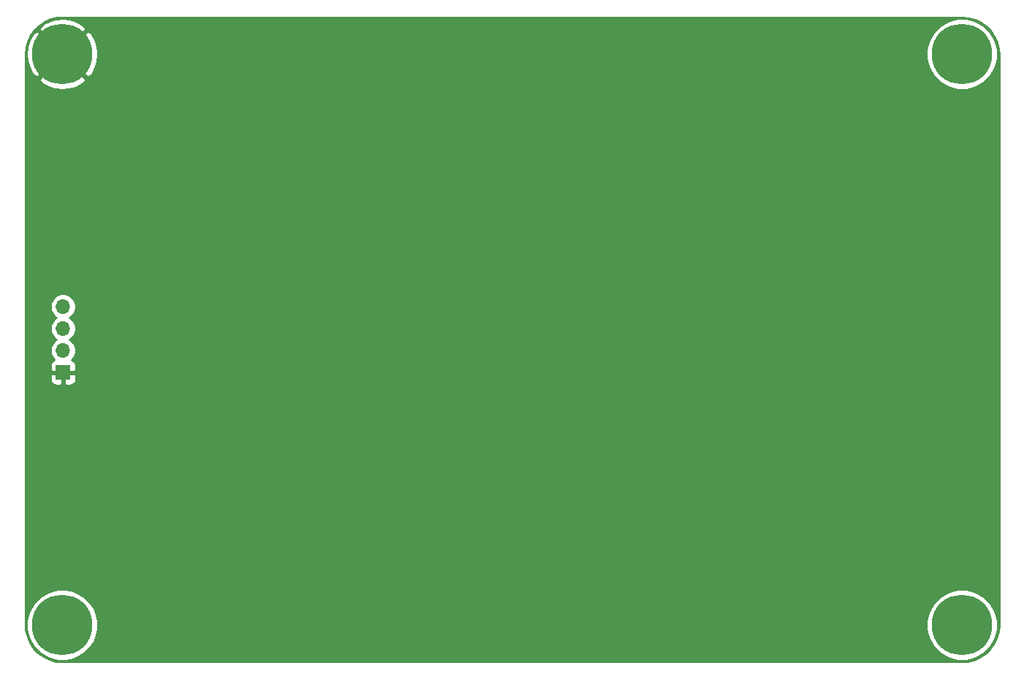
<source format=gbr>
G04 #@! TF.GenerationSoftware,KiCad,Pcbnew,(5.1.5)-3*
G04 #@! TF.CreationDate,2020-04-26T19:13:21-05:00*
G04 #@! TF.ProjectId,LED_Board_s_,4c45445f-426f-4617-9264-5f735f2e6b69,rev?*
G04 #@! TF.SameCoordinates,Original*
G04 #@! TF.FileFunction,Copper,L2,Bot*
G04 #@! TF.FilePolarity,Positive*
%FSLAX46Y46*%
G04 Gerber Fmt 4.6, Leading zero omitted, Abs format (unit mm)*
G04 Created by KiCad (PCBNEW (5.1.5)-3) date 2020-04-26 19:13:21*
%MOMM*%
%LPD*%
G04 APERTURE LIST*
%ADD10O,1.700000X1.700000*%
%ADD11R,1.700000X1.700000*%
%ADD12C,7.000000*%
%ADD13C,0.800000*%
%ADD14C,0.254000*%
G04 APERTURE END LIST*
D10*
X60960000Y-77470000D03*
X60960000Y-80010000D03*
X60960000Y-82550000D03*
D11*
X60960000Y-85090000D03*
D12*
X165180000Y-114380000D03*
X165179999Y-48180001D03*
X60880000Y-48180000D03*
D13*
X63505000Y-48180000D03*
X62736155Y-50036155D03*
X60880000Y-50805000D03*
X59023845Y-50036155D03*
X58255000Y-48180000D03*
X59023845Y-46323845D03*
X60880000Y-45555000D03*
X62736155Y-46323845D03*
D12*
X60880001Y-114379999D03*
D13*
X69380000Y-45095000D03*
X75200000Y-45095000D03*
X81020000Y-45095000D03*
X86840000Y-45095000D03*
X92660000Y-45095000D03*
X98480000Y-45095000D03*
X104300000Y-45095000D03*
X110120000Y-45095000D03*
X115940000Y-45095000D03*
X121760000Y-45095000D03*
X127580000Y-45095000D03*
X133400000Y-45095000D03*
X139220000Y-45095000D03*
X145040000Y-45095000D03*
X150860000Y-45095000D03*
X156680000Y-45095000D03*
X67310000Y-48843000D03*
X84770000Y-48843000D03*
X102230000Y-48843000D03*
X119690000Y-48843000D03*
X137150000Y-48843000D03*
X154610000Y-48843000D03*
X67310000Y-67893000D03*
X84770000Y-67893000D03*
X102230000Y-67893000D03*
X119690000Y-67893000D03*
X137150000Y-67893000D03*
X154610000Y-67893000D03*
X67310000Y-86943000D03*
X84770000Y-86943000D03*
X102230000Y-86943000D03*
X119690000Y-86943000D03*
X137150000Y-86943000D03*
X154610000Y-86943000D03*
X67310000Y-105993000D03*
X84770000Y-105993000D03*
X102230000Y-105993000D03*
X119690000Y-105993000D03*
X137150000Y-105993000D03*
X154610000Y-105993000D03*
X110120000Y-117485000D03*
X145040000Y-117485000D03*
X150860000Y-117485000D03*
X156680000Y-117485000D03*
X75200000Y-117485000D03*
X92660000Y-117485000D03*
X86840000Y-117485000D03*
X98480000Y-117485000D03*
X133400000Y-117485000D03*
X104300000Y-117485000D03*
X81020000Y-117485000D03*
X115940000Y-117485000D03*
X121760000Y-117485000D03*
X127580000Y-117485000D03*
X139220000Y-117485000D03*
X69380000Y-117485000D03*
X72390000Y-56568000D03*
X89850000Y-56568000D03*
X107310000Y-56568000D03*
X124770000Y-56568000D03*
X142230000Y-56568000D03*
X72390000Y-75618000D03*
X89850000Y-75618000D03*
X107310000Y-75618000D03*
X124770000Y-75618000D03*
X142230000Y-75618000D03*
X72390000Y-94668000D03*
X89850000Y-94668000D03*
X107310000Y-94668000D03*
X124770000Y-94668000D03*
X142230000Y-94668000D03*
X72390000Y-113718000D03*
X89850000Y-113718000D03*
X107310000Y-113718000D03*
X124770000Y-113718000D03*
X142230000Y-113718000D03*
X157530000Y-112510000D03*
X157530000Y-93460000D03*
X157530000Y-74410000D03*
X157530000Y-55360000D03*
X110120000Y-64145000D03*
X110120000Y-83195000D03*
X110120000Y-102245000D03*
X145040000Y-64145000D03*
X145040000Y-83195000D03*
X145040000Y-102245000D03*
X150860000Y-64145000D03*
X150860000Y-83195000D03*
X150860000Y-102245000D03*
X156680000Y-64145000D03*
X156680000Y-83195000D03*
X156680000Y-102245000D03*
X75200000Y-64145000D03*
X75200000Y-83195000D03*
X75200000Y-102245000D03*
X92660000Y-64145000D03*
X92660000Y-83195000D03*
X92660000Y-102245000D03*
X86840000Y-64145000D03*
X86840000Y-83195000D03*
X86840000Y-102245000D03*
X98480000Y-64145000D03*
X98480000Y-83195000D03*
X98480000Y-102245000D03*
X133400000Y-64145000D03*
X133400000Y-83195000D03*
X133400000Y-102245000D03*
X104300000Y-64145000D03*
X104300000Y-83195000D03*
X104300000Y-102245000D03*
X81020000Y-64145000D03*
X81020000Y-83195000D03*
X81020000Y-102245000D03*
X115940000Y-64145000D03*
X115940000Y-83195000D03*
X115940000Y-102245000D03*
X121760000Y-64145000D03*
X121760000Y-83195000D03*
X121760000Y-102245000D03*
X127580000Y-64145000D03*
X127580000Y-83195000D03*
X127580000Y-102245000D03*
X139220000Y-64145000D03*
X139220000Y-83195000D03*
X139220000Y-102245000D03*
X69380000Y-64145000D03*
X69380000Y-83195000D03*
X69380000Y-102245000D03*
X127580000Y-98435000D03*
X127580000Y-79385000D03*
X127580000Y-60335000D03*
X139220000Y-98435000D03*
X139220000Y-79385000D03*
X139220000Y-60335000D03*
X69380000Y-98435000D03*
X69380000Y-79385000D03*
X69380000Y-60335000D03*
X104300000Y-98435000D03*
X104300000Y-79385000D03*
X104300000Y-60335000D03*
X81020000Y-98435000D03*
X81020000Y-79385000D03*
X81020000Y-60335000D03*
X121760000Y-98435000D03*
X121760000Y-79385000D03*
X121760000Y-60335000D03*
X133400000Y-98435000D03*
X133400000Y-79385000D03*
X133400000Y-60335000D03*
X115940000Y-98435000D03*
X115940000Y-79385000D03*
X115940000Y-60335000D03*
X145040000Y-98435000D03*
X145040000Y-79385000D03*
X145040000Y-60335000D03*
X150860000Y-98435000D03*
X150860000Y-79385000D03*
X150860000Y-60335000D03*
X156680000Y-98435000D03*
X156680000Y-79385000D03*
X156680000Y-60335000D03*
X75200000Y-98435000D03*
X75200000Y-79385000D03*
X75200000Y-60335000D03*
X92660000Y-98435000D03*
X92660000Y-79385000D03*
X92660000Y-60335000D03*
X86840000Y-98435000D03*
X86840000Y-79385000D03*
X86840000Y-60335000D03*
X98480000Y-98435000D03*
X98480000Y-79385000D03*
X98480000Y-60335000D03*
X110120000Y-98435000D03*
X110120000Y-79385000D03*
X110120000Y-60335000D03*
X162500000Y-60335000D03*
X168320000Y-60335000D03*
X162500000Y-79385000D03*
X168320000Y-79385000D03*
X162500000Y-98435000D03*
X168320000Y-98435000D03*
X162500000Y-102245000D03*
X168320000Y-102245000D03*
X162500000Y-64145000D03*
X168320000Y-64145000D03*
X162500000Y-83195000D03*
X168320000Y-83195000D03*
X162500000Y-87005000D03*
X162500000Y-90815000D03*
X162500000Y-94625000D03*
X168320000Y-87005000D03*
X168320000Y-90815000D03*
X168320000Y-94625000D03*
X162500000Y-67955000D03*
X162500000Y-71765000D03*
X162500000Y-75575000D03*
X168320000Y-67955000D03*
X168320000Y-71765000D03*
X168320000Y-75575000D03*
D14*
G36*
X165147268Y-43915001D02*
G01*
X165934746Y-43985282D01*
X166665642Y-44185232D01*
X167349574Y-44511451D01*
X167964927Y-44953627D01*
X168492258Y-45497790D01*
X168914885Y-46126727D01*
X169219462Y-46820571D01*
X169397714Y-47563040D01*
X169445001Y-48206977D01*
X169445000Y-81316104D01*
X169445001Y-81316114D01*
X169444999Y-114347269D01*
X169374718Y-115134748D01*
X169174768Y-115865643D01*
X168848549Y-116549575D01*
X168406371Y-117164930D01*
X167862212Y-117692256D01*
X167233270Y-118114889D01*
X166539431Y-118419462D01*
X165796961Y-118597714D01*
X165153037Y-118645000D01*
X112993895Y-118645000D01*
X112993885Y-118645001D01*
X60912733Y-118644999D01*
X60125254Y-118574718D01*
X59394356Y-118374767D01*
X58710428Y-118048551D01*
X58095074Y-117606374D01*
X57567743Y-117062211D01*
X57145114Y-116433272D01*
X56840537Y-115739428D01*
X56662286Y-114996961D01*
X56615001Y-114353051D01*
X56615001Y-113972737D01*
X56745001Y-113972737D01*
X56745001Y-114787261D01*
X56903907Y-115586134D01*
X57215612Y-116338656D01*
X57668137Y-117015908D01*
X58244092Y-117591863D01*
X58921344Y-118044388D01*
X59673866Y-118356093D01*
X60472739Y-118514999D01*
X61287263Y-118514999D01*
X62086136Y-118356093D01*
X62838658Y-118044388D01*
X63515910Y-117591863D01*
X64091865Y-117015908D01*
X64544390Y-116338656D01*
X64856095Y-115586134D01*
X65015001Y-114787261D01*
X65015001Y-113972738D01*
X161045000Y-113972738D01*
X161045000Y-114787262D01*
X161203906Y-115586135D01*
X161515611Y-116338657D01*
X161968136Y-117015909D01*
X162544091Y-117591864D01*
X163221343Y-118044389D01*
X163973865Y-118356094D01*
X164772738Y-118515000D01*
X165587262Y-118515000D01*
X166386135Y-118356094D01*
X167138657Y-118044389D01*
X167815909Y-117591864D01*
X168391864Y-117015909D01*
X168844389Y-116338657D01*
X169156094Y-115586135D01*
X169315000Y-114787262D01*
X169315000Y-113972738D01*
X169156094Y-113173865D01*
X168844389Y-112421343D01*
X168391864Y-111744091D01*
X167815909Y-111168136D01*
X167138657Y-110715611D01*
X166386135Y-110403906D01*
X165587262Y-110245000D01*
X164772738Y-110245000D01*
X163973865Y-110403906D01*
X163221343Y-110715611D01*
X162544091Y-111168136D01*
X161968136Y-111744091D01*
X161515611Y-112421343D01*
X161203906Y-113173865D01*
X161045000Y-113972738D01*
X65015001Y-113972738D01*
X65015001Y-113972737D01*
X64856095Y-113173864D01*
X64544390Y-112421342D01*
X64091865Y-111744090D01*
X63515910Y-111168135D01*
X62838658Y-110715610D01*
X62086136Y-110403905D01*
X61287263Y-110244999D01*
X60472739Y-110244999D01*
X59673866Y-110403905D01*
X58921344Y-110715610D01*
X58244092Y-111168135D01*
X57668137Y-111744090D01*
X57215612Y-112421342D01*
X56903907Y-113173864D01*
X56745001Y-113972737D01*
X56615001Y-113972737D01*
X56615000Y-85940000D01*
X59471928Y-85940000D01*
X59484188Y-86064482D01*
X59520498Y-86184180D01*
X59579463Y-86294494D01*
X59658815Y-86391185D01*
X59755506Y-86470537D01*
X59865820Y-86529502D01*
X59985518Y-86565812D01*
X60110000Y-86578072D01*
X60674250Y-86575000D01*
X60833000Y-86416250D01*
X60833000Y-85217000D01*
X61087000Y-85217000D01*
X61087000Y-86416250D01*
X61245750Y-86575000D01*
X61810000Y-86578072D01*
X61934482Y-86565812D01*
X62054180Y-86529502D01*
X62164494Y-86470537D01*
X62261185Y-86391185D01*
X62340537Y-86294494D01*
X62399502Y-86184180D01*
X62435812Y-86064482D01*
X62448072Y-85940000D01*
X62445000Y-85375750D01*
X62286250Y-85217000D01*
X61087000Y-85217000D01*
X60833000Y-85217000D01*
X59633750Y-85217000D01*
X59475000Y-85375750D01*
X59471928Y-85940000D01*
X56615000Y-85940000D01*
X56615000Y-84240000D01*
X59471928Y-84240000D01*
X59475000Y-84804250D01*
X59633750Y-84963000D01*
X60833000Y-84963000D01*
X60833000Y-84943000D01*
X61087000Y-84943000D01*
X61087000Y-84963000D01*
X62286250Y-84963000D01*
X62445000Y-84804250D01*
X62448072Y-84240000D01*
X62435812Y-84115518D01*
X62399502Y-83995820D01*
X62340537Y-83885506D01*
X62261185Y-83788815D01*
X62164494Y-83709463D01*
X62054180Y-83650498D01*
X61981620Y-83628487D01*
X62113475Y-83496632D01*
X62275990Y-83253411D01*
X62387932Y-82983158D01*
X62445000Y-82696260D01*
X62445000Y-82403740D01*
X62387932Y-82116842D01*
X62275990Y-81846589D01*
X62113475Y-81603368D01*
X61906632Y-81396525D01*
X61732240Y-81280000D01*
X61906632Y-81163475D01*
X62113475Y-80956632D01*
X62275990Y-80713411D01*
X62387932Y-80443158D01*
X62445000Y-80156260D01*
X62445000Y-79863740D01*
X62387932Y-79576842D01*
X62275990Y-79306589D01*
X62113475Y-79063368D01*
X61906632Y-78856525D01*
X61732240Y-78740000D01*
X61906632Y-78623475D01*
X62113475Y-78416632D01*
X62275990Y-78173411D01*
X62387932Y-77903158D01*
X62445000Y-77616260D01*
X62445000Y-77323740D01*
X62387932Y-77036842D01*
X62275990Y-76766589D01*
X62113475Y-76523368D01*
X61906632Y-76316525D01*
X61663411Y-76154010D01*
X61393158Y-76042068D01*
X61106260Y-75985000D01*
X60813740Y-75985000D01*
X60526842Y-76042068D01*
X60256589Y-76154010D01*
X60013368Y-76316525D01*
X59806525Y-76523368D01*
X59644010Y-76766589D01*
X59532068Y-77036842D01*
X59475000Y-77323740D01*
X59475000Y-77616260D01*
X59532068Y-77903158D01*
X59644010Y-78173411D01*
X59806525Y-78416632D01*
X60013368Y-78623475D01*
X60187760Y-78740000D01*
X60013368Y-78856525D01*
X59806525Y-79063368D01*
X59644010Y-79306589D01*
X59532068Y-79576842D01*
X59475000Y-79863740D01*
X59475000Y-80156260D01*
X59532068Y-80443158D01*
X59644010Y-80713411D01*
X59806525Y-80956632D01*
X60013368Y-81163475D01*
X60187760Y-81280000D01*
X60013368Y-81396525D01*
X59806525Y-81603368D01*
X59644010Y-81846589D01*
X59532068Y-82116842D01*
X59475000Y-82403740D01*
X59475000Y-82696260D01*
X59532068Y-82983158D01*
X59644010Y-83253411D01*
X59806525Y-83496632D01*
X59938380Y-83628487D01*
X59865820Y-83650498D01*
X59755506Y-83709463D01*
X59658815Y-83788815D01*
X59579463Y-83885506D01*
X59520498Y-83995820D01*
X59484188Y-84115518D01*
X59471928Y-84240000D01*
X56615000Y-84240000D01*
X56614999Y-81316115D01*
X56615000Y-81316105D01*
X56615000Y-51094155D01*
X58145450Y-51094155D01*
X58541634Y-51614550D01*
X59256612Y-52004748D01*
X60033976Y-52247964D01*
X60843853Y-52334851D01*
X61655118Y-52262069D01*
X62436597Y-52032415D01*
X63158256Y-51654715D01*
X63218366Y-51614550D01*
X63614550Y-51094155D01*
X60880000Y-48359605D01*
X58145450Y-51094155D01*
X56615000Y-51094155D01*
X56615000Y-48212731D01*
X56621147Y-48143853D01*
X56725149Y-48143853D01*
X56797931Y-48955118D01*
X57027585Y-49736597D01*
X57405285Y-50458256D01*
X57445450Y-50518366D01*
X57965845Y-50914550D01*
X60700395Y-48180000D01*
X61059605Y-48180000D01*
X63794155Y-50914550D01*
X64314550Y-50518366D01*
X64704748Y-49803388D01*
X64947964Y-49026024D01*
X65034851Y-48216147D01*
X64995072Y-47772739D01*
X161044999Y-47772739D01*
X161044999Y-48587263D01*
X161203905Y-49386136D01*
X161515610Y-50138658D01*
X161968135Y-50815910D01*
X162544090Y-51391865D01*
X163221342Y-51844390D01*
X163973864Y-52156095D01*
X164772737Y-52315001D01*
X165587261Y-52315001D01*
X166386134Y-52156095D01*
X167138656Y-51844390D01*
X167815908Y-51391865D01*
X168391863Y-50815910D01*
X168844388Y-50138658D01*
X169156093Y-49386136D01*
X169314999Y-48587263D01*
X169314999Y-47772739D01*
X169156093Y-46973866D01*
X168844388Y-46221344D01*
X168391863Y-45544092D01*
X167815908Y-44968137D01*
X167138656Y-44515612D01*
X166386134Y-44203907D01*
X165587261Y-44045001D01*
X164772737Y-44045001D01*
X163973864Y-44203907D01*
X163221342Y-44515612D01*
X162544090Y-44968137D01*
X161968135Y-45544092D01*
X161515610Y-46221344D01*
X161203905Y-46973866D01*
X161044999Y-47772739D01*
X64995072Y-47772739D01*
X64962069Y-47404882D01*
X64732415Y-46623403D01*
X64354715Y-45901744D01*
X64314550Y-45841634D01*
X63794155Y-45445450D01*
X61059605Y-48180000D01*
X60700395Y-48180000D01*
X57965845Y-45445450D01*
X57445450Y-45841634D01*
X57055252Y-46556612D01*
X56812036Y-47333976D01*
X56725149Y-48143853D01*
X56621147Y-48143853D01*
X56685281Y-47425253D01*
X56885231Y-46694357D01*
X57211450Y-46010425D01*
X57653626Y-45395072D01*
X57786977Y-45265845D01*
X58145450Y-45265845D01*
X60880000Y-48000395D01*
X63614550Y-45265845D01*
X63218366Y-44745450D01*
X62503388Y-44355252D01*
X61726024Y-44112036D01*
X60916147Y-44025149D01*
X60104882Y-44097931D01*
X59323403Y-44327585D01*
X58601744Y-44705285D01*
X58541634Y-44745450D01*
X58145450Y-45265845D01*
X57786977Y-45265845D01*
X58197789Y-44867741D01*
X58826726Y-44445114D01*
X59520570Y-44140537D01*
X60263039Y-43962285D01*
X60906963Y-43914999D01*
X165147268Y-43915001D01*
G37*
X165147268Y-43915001D02*
X165934746Y-43985282D01*
X166665642Y-44185232D01*
X167349574Y-44511451D01*
X167964927Y-44953627D01*
X168492258Y-45497790D01*
X168914885Y-46126727D01*
X169219462Y-46820571D01*
X169397714Y-47563040D01*
X169445001Y-48206977D01*
X169445000Y-81316104D01*
X169445001Y-81316114D01*
X169444999Y-114347269D01*
X169374718Y-115134748D01*
X169174768Y-115865643D01*
X168848549Y-116549575D01*
X168406371Y-117164930D01*
X167862212Y-117692256D01*
X167233270Y-118114889D01*
X166539431Y-118419462D01*
X165796961Y-118597714D01*
X165153037Y-118645000D01*
X112993895Y-118645000D01*
X112993885Y-118645001D01*
X60912733Y-118644999D01*
X60125254Y-118574718D01*
X59394356Y-118374767D01*
X58710428Y-118048551D01*
X58095074Y-117606374D01*
X57567743Y-117062211D01*
X57145114Y-116433272D01*
X56840537Y-115739428D01*
X56662286Y-114996961D01*
X56615001Y-114353051D01*
X56615001Y-113972737D01*
X56745001Y-113972737D01*
X56745001Y-114787261D01*
X56903907Y-115586134D01*
X57215612Y-116338656D01*
X57668137Y-117015908D01*
X58244092Y-117591863D01*
X58921344Y-118044388D01*
X59673866Y-118356093D01*
X60472739Y-118514999D01*
X61287263Y-118514999D01*
X62086136Y-118356093D01*
X62838658Y-118044388D01*
X63515910Y-117591863D01*
X64091865Y-117015908D01*
X64544390Y-116338656D01*
X64856095Y-115586134D01*
X65015001Y-114787261D01*
X65015001Y-113972738D01*
X161045000Y-113972738D01*
X161045000Y-114787262D01*
X161203906Y-115586135D01*
X161515611Y-116338657D01*
X161968136Y-117015909D01*
X162544091Y-117591864D01*
X163221343Y-118044389D01*
X163973865Y-118356094D01*
X164772738Y-118515000D01*
X165587262Y-118515000D01*
X166386135Y-118356094D01*
X167138657Y-118044389D01*
X167815909Y-117591864D01*
X168391864Y-117015909D01*
X168844389Y-116338657D01*
X169156094Y-115586135D01*
X169315000Y-114787262D01*
X169315000Y-113972738D01*
X169156094Y-113173865D01*
X168844389Y-112421343D01*
X168391864Y-111744091D01*
X167815909Y-111168136D01*
X167138657Y-110715611D01*
X166386135Y-110403906D01*
X165587262Y-110245000D01*
X164772738Y-110245000D01*
X163973865Y-110403906D01*
X163221343Y-110715611D01*
X162544091Y-111168136D01*
X161968136Y-111744091D01*
X161515611Y-112421343D01*
X161203906Y-113173865D01*
X161045000Y-113972738D01*
X65015001Y-113972738D01*
X65015001Y-113972737D01*
X64856095Y-113173864D01*
X64544390Y-112421342D01*
X64091865Y-111744090D01*
X63515910Y-111168135D01*
X62838658Y-110715610D01*
X62086136Y-110403905D01*
X61287263Y-110244999D01*
X60472739Y-110244999D01*
X59673866Y-110403905D01*
X58921344Y-110715610D01*
X58244092Y-111168135D01*
X57668137Y-111744090D01*
X57215612Y-112421342D01*
X56903907Y-113173864D01*
X56745001Y-113972737D01*
X56615001Y-113972737D01*
X56615000Y-85940000D01*
X59471928Y-85940000D01*
X59484188Y-86064482D01*
X59520498Y-86184180D01*
X59579463Y-86294494D01*
X59658815Y-86391185D01*
X59755506Y-86470537D01*
X59865820Y-86529502D01*
X59985518Y-86565812D01*
X60110000Y-86578072D01*
X60674250Y-86575000D01*
X60833000Y-86416250D01*
X60833000Y-85217000D01*
X61087000Y-85217000D01*
X61087000Y-86416250D01*
X61245750Y-86575000D01*
X61810000Y-86578072D01*
X61934482Y-86565812D01*
X62054180Y-86529502D01*
X62164494Y-86470537D01*
X62261185Y-86391185D01*
X62340537Y-86294494D01*
X62399502Y-86184180D01*
X62435812Y-86064482D01*
X62448072Y-85940000D01*
X62445000Y-85375750D01*
X62286250Y-85217000D01*
X61087000Y-85217000D01*
X60833000Y-85217000D01*
X59633750Y-85217000D01*
X59475000Y-85375750D01*
X59471928Y-85940000D01*
X56615000Y-85940000D01*
X56615000Y-84240000D01*
X59471928Y-84240000D01*
X59475000Y-84804250D01*
X59633750Y-84963000D01*
X60833000Y-84963000D01*
X60833000Y-84943000D01*
X61087000Y-84943000D01*
X61087000Y-84963000D01*
X62286250Y-84963000D01*
X62445000Y-84804250D01*
X62448072Y-84240000D01*
X62435812Y-84115518D01*
X62399502Y-83995820D01*
X62340537Y-83885506D01*
X62261185Y-83788815D01*
X62164494Y-83709463D01*
X62054180Y-83650498D01*
X61981620Y-83628487D01*
X62113475Y-83496632D01*
X62275990Y-83253411D01*
X62387932Y-82983158D01*
X62445000Y-82696260D01*
X62445000Y-82403740D01*
X62387932Y-82116842D01*
X62275990Y-81846589D01*
X62113475Y-81603368D01*
X61906632Y-81396525D01*
X61732240Y-81280000D01*
X61906632Y-81163475D01*
X62113475Y-80956632D01*
X62275990Y-80713411D01*
X62387932Y-80443158D01*
X62445000Y-80156260D01*
X62445000Y-79863740D01*
X62387932Y-79576842D01*
X62275990Y-79306589D01*
X62113475Y-79063368D01*
X61906632Y-78856525D01*
X61732240Y-78740000D01*
X61906632Y-78623475D01*
X62113475Y-78416632D01*
X62275990Y-78173411D01*
X62387932Y-77903158D01*
X62445000Y-77616260D01*
X62445000Y-77323740D01*
X62387932Y-77036842D01*
X62275990Y-76766589D01*
X62113475Y-76523368D01*
X61906632Y-76316525D01*
X61663411Y-76154010D01*
X61393158Y-76042068D01*
X61106260Y-75985000D01*
X60813740Y-75985000D01*
X60526842Y-76042068D01*
X60256589Y-76154010D01*
X60013368Y-76316525D01*
X59806525Y-76523368D01*
X59644010Y-76766589D01*
X59532068Y-77036842D01*
X59475000Y-77323740D01*
X59475000Y-77616260D01*
X59532068Y-77903158D01*
X59644010Y-78173411D01*
X59806525Y-78416632D01*
X60013368Y-78623475D01*
X60187760Y-78740000D01*
X60013368Y-78856525D01*
X59806525Y-79063368D01*
X59644010Y-79306589D01*
X59532068Y-79576842D01*
X59475000Y-79863740D01*
X59475000Y-80156260D01*
X59532068Y-80443158D01*
X59644010Y-80713411D01*
X59806525Y-80956632D01*
X60013368Y-81163475D01*
X60187760Y-81280000D01*
X60013368Y-81396525D01*
X59806525Y-81603368D01*
X59644010Y-81846589D01*
X59532068Y-82116842D01*
X59475000Y-82403740D01*
X59475000Y-82696260D01*
X59532068Y-82983158D01*
X59644010Y-83253411D01*
X59806525Y-83496632D01*
X59938380Y-83628487D01*
X59865820Y-83650498D01*
X59755506Y-83709463D01*
X59658815Y-83788815D01*
X59579463Y-83885506D01*
X59520498Y-83995820D01*
X59484188Y-84115518D01*
X59471928Y-84240000D01*
X56615000Y-84240000D01*
X56614999Y-81316115D01*
X56615000Y-81316105D01*
X56615000Y-51094155D01*
X58145450Y-51094155D01*
X58541634Y-51614550D01*
X59256612Y-52004748D01*
X60033976Y-52247964D01*
X60843853Y-52334851D01*
X61655118Y-52262069D01*
X62436597Y-52032415D01*
X63158256Y-51654715D01*
X63218366Y-51614550D01*
X63614550Y-51094155D01*
X60880000Y-48359605D01*
X58145450Y-51094155D01*
X56615000Y-51094155D01*
X56615000Y-48212731D01*
X56621147Y-48143853D01*
X56725149Y-48143853D01*
X56797931Y-48955118D01*
X57027585Y-49736597D01*
X57405285Y-50458256D01*
X57445450Y-50518366D01*
X57965845Y-50914550D01*
X60700395Y-48180000D01*
X61059605Y-48180000D01*
X63794155Y-50914550D01*
X64314550Y-50518366D01*
X64704748Y-49803388D01*
X64947964Y-49026024D01*
X65034851Y-48216147D01*
X64995072Y-47772739D01*
X161044999Y-47772739D01*
X161044999Y-48587263D01*
X161203905Y-49386136D01*
X161515610Y-50138658D01*
X161968135Y-50815910D01*
X162544090Y-51391865D01*
X163221342Y-51844390D01*
X163973864Y-52156095D01*
X164772737Y-52315001D01*
X165587261Y-52315001D01*
X166386134Y-52156095D01*
X167138656Y-51844390D01*
X167815908Y-51391865D01*
X168391863Y-50815910D01*
X168844388Y-50138658D01*
X169156093Y-49386136D01*
X169314999Y-48587263D01*
X169314999Y-47772739D01*
X169156093Y-46973866D01*
X168844388Y-46221344D01*
X168391863Y-45544092D01*
X167815908Y-44968137D01*
X167138656Y-44515612D01*
X166386134Y-44203907D01*
X165587261Y-44045001D01*
X164772737Y-44045001D01*
X163973864Y-44203907D01*
X163221342Y-44515612D01*
X162544090Y-44968137D01*
X161968135Y-45544092D01*
X161515610Y-46221344D01*
X161203905Y-46973866D01*
X161044999Y-47772739D01*
X64995072Y-47772739D01*
X64962069Y-47404882D01*
X64732415Y-46623403D01*
X64354715Y-45901744D01*
X64314550Y-45841634D01*
X63794155Y-45445450D01*
X61059605Y-48180000D01*
X60700395Y-48180000D01*
X57965845Y-45445450D01*
X57445450Y-45841634D01*
X57055252Y-46556612D01*
X56812036Y-47333976D01*
X56725149Y-48143853D01*
X56621147Y-48143853D01*
X56685281Y-47425253D01*
X56885231Y-46694357D01*
X57211450Y-46010425D01*
X57653626Y-45395072D01*
X57786977Y-45265845D01*
X58145450Y-45265845D01*
X60880000Y-48000395D01*
X63614550Y-45265845D01*
X63218366Y-44745450D01*
X62503388Y-44355252D01*
X61726024Y-44112036D01*
X60916147Y-44025149D01*
X60104882Y-44097931D01*
X59323403Y-44327585D01*
X58601744Y-44705285D01*
X58541634Y-44745450D01*
X58145450Y-45265845D01*
X57786977Y-45265845D01*
X58197789Y-44867741D01*
X58826726Y-44445114D01*
X59520570Y-44140537D01*
X60263039Y-43962285D01*
X60906963Y-43914999D01*
X165147268Y-43915001D01*
M02*

</source>
